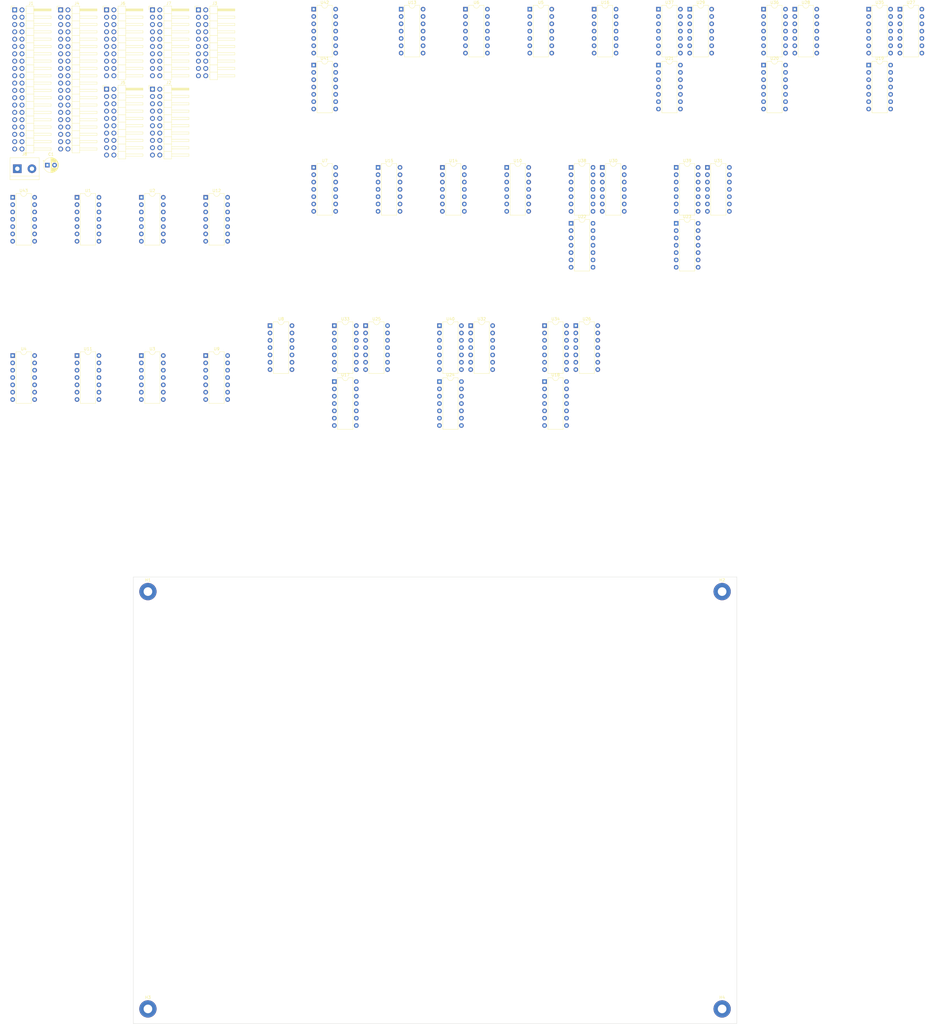
<source format=kicad_pcb>
(kicad_pcb (version 20211014) (generator pcbnew)
  (layers (0 "F.Cu" signal) (31 "B.Cu" signal) (34 "B.Paste" user) (35 "F.Paste" user) (36 "B.SilkS" user "B.Silkscreen") (37 "F.SilkS" user "F.Silkscreen") (38 "B.Mask" user) (39 "F.Mask" user) (44 "Edge.Cuts" user))
  (net 0 "")
  (net 1 "VCC")
  (net 2 "GND")
  (net 3 "RAW_DATA15")
  (net 4 "Decoded_Reg_Addr15")
  (net 5 "RAW_DATA14")
  (net 6 "Decoded_Reg_Addr14")
  (net 7 "RAW_DATA13")
  (net 8 "Decoded_Reg_Addr13")
  (net 9 "RAW_DATA12")
  (net 10 "Decoded_Reg_Addr12")
  (net 11 "RAW_DATA11")
  (net 12 "Decoded_Reg_Addr11")
  (net 13 "RAW_DATA10")
  (net 14 "Decoded_Reg_Addr10")
  (net 15 "RAW_DATA9")
  (net 16 "Decoded_Reg_Addr9")
  (net 17 "RAW_DATA8")
  (net 18 "Decoded_Reg_Addr8")
  (net 19 "RAW_DATA7")
  (net 20 "Decoded_Reg_Addr7")
  (net 21 "RAW_DATA6")
  (net 22 "Decoded_Reg_Addr6")
  (net 23 "RAW_DATA5")
  (net 24 "Decoded_Reg_Addr5")
  (net 25 "RAW_DATA4")
  (net 26 "Decoded_Reg_Addr4")
  (net 27 "RAW_DATA3")
  (net 28 "Decoded_Reg_Addr3")
  (net 29 "RAW_DATA2")
  (net 30 "Decoded_Reg_Addr2")
  (net 31 "RAW_DATA1")
  (net 32 "Decoded_Reg_Addr1")
  (net 33 "RAW_DATA0")
  (net 34 "Decoded_Reg_Addr0")
  (net 35 "Correction")
  (net 40 "DATA7")
  (net 41 "DATA6")
  (net 42 "DATA5")
  (net 43 "DATA4")
  (net 44 "DATA3")
  (net 45 "DATA2")
  (net 46 "DATA1")
  (net 47 "DATA0")
  (net 50 "DATA15")
  (net 51 "DATA14")
  (net 52 "DATA13")
  (net 53 "DATA12")
  (net 54 "DATA11")
  (net 55 "DATA10")
  (net 56 "DATA9")
  (net 57 "DATA8")
  (net 66 "~SP")
  (net 67 "Reg_Addr0")
  (net 68 "~IP")
  (net 69 "Reg_Addr1")
  (net 70 "~Address")
  (net 71 "Reg_Addr2")
  (net 72 "~MEM")
  (net 73 "Reg_Addr3")
  (net 74 "~Flag")
  (net 76 "~IV")
  (net 78 "~IR3")
  (net 80 "~IR2")
  (net 81 "~IR1")
  (net 82 "~INTERNAL")
  (net 83 "/BUS_OUTPUT_Correction/Correction0/Correction")
  (net 84 "Net-(U1-Pad12)")
  (net 85 "Net-(U1-Pad6)")
  (net 86 "Net-(U1-Pad10)")
  (net 87 "Net-(U2-Pad12)")
  (net 88 "Net-(U2-Pad6)")
  (net 89 "Net-(U2-Pad10)")
  (net 90 "Net-(U3-Pad12)")
  (net 91 "Net-(U3-Pad6)")
  (net 92 "Net-(U3-Pad10)")
  (net 93 "Net-(U4-Pad12)")
  (net 94 "Net-(U4-Pad6)")
  (net 95 "Net-(U4-Pad10)")
  (net 96 "Net-(U5-Pad12)")
  (net 97 "Net-(U5-Pad6)")
  (net 98 "Net-(U5-Pad10)")
  (net 99 "Net-(U6-Pad12)")
  (net 100 "Net-(U6-Pad6)")
  (net 101 "Net-(U6-Pad10)")
  (net 102 "Net-(U7-Pad12)")
  (net 103 "Net-(U7-Pad6)")
  (net 104 "Net-(U7-Pad10)")
  (net 105 "Net-(U8-Pad12)")
  (net 106 "Net-(U8-Pad6)")
  (net 107 "Net-(U8-Pad10)")
  (net 108 "Net-(U9-Pad12)")
  (net 109 "Net-(U9-Pad6)")
  (net 110 "Net-(U9-Pad10)")
  (net 111 "Net-(U10-Pad12)")
  (net 112 "Net-(U10-Pad6)")
  (net 113 "Net-(U10-Pad10)")
  (net 114 "Net-(U11-Pad12)")
  (net 115 "Net-(U11-Pad6)")
  (net 116 "Net-(U11-Pad10)")
  (net 117 "Net-(U12-Pad12)")
  (net 118 "Net-(U12-Pad6)")
  (net 119 "Net-(U12-Pad10)")
  (net 120 "Net-(U13-Pad12)")
  (net 121 "Net-(U13-Pad6)")
  (net 122 "Net-(U13-Pad10)")
  (net 123 "Net-(U14-Pad12)")
  (net 124 "Net-(U14-Pad6)")
  (net 125 "Net-(U14-Pad10)")
  (net 126 "Net-(U15-Pad12)")
  (net 127 "Net-(U15-Pad6)")
  (net 128 "Net-(U15-Pad10)")
  (net 129 "Net-(U16-Pad12)")
  (net 130 "Net-(U16-Pad6)")
  (net 131 "Net-(U16-Pad10)")
  (net 132 "/address_decoder/decoder1/D")
  (net 133 "Net-(U17-Pad2)")
  (net 134 "Net-(U17-Pad12)")
  (net 135 "/address_decoder/decoder0/D")
  (net 136 "Net-(U17-Pad5)")
  (net 137 "Net-(U17-Pad6)")
  (net 138 "Net-(U18-Pad2)")
  (net 139 "Net-(U18-Pad12)")
  (net 140 "Net-(U18-Pad5)")
  (net 141 "Net-(U18-Pad6)")
  (net 142 "Net-(U19-Pad2)")
  (net 143 "Net-(U19-Pad12)")
  (net 144 "Net-(U19-Pad5)")
  (net 145 "Net-(U19-Pad6)")
  (net 146 "Net-(U20-Pad2)")
  (net 147 "Net-(U20-Pad12)")
  (net 148 "Net-(U20-Pad5)")
  (net 149 "Net-(U20-Pad6)")
  (net 150 "Net-(U21-Pad2)")
  (net 151 "Net-(U21-Pad12)")
  (net 152 "Net-(U21-Pad5)")
  (net 153 "Net-(U21-Pad6)")
  (net 154 "Net-(U22-Pad2)")
  (net 155 "Net-(U22-Pad12)")
  (net 156 "Net-(U22-Pad5)")
  (net 157 "Net-(U22-Pad6)")
  (net 158 "Net-(U23-Pad2)")
  (net 159 "Net-(U23-Pad12)")
  (net 160 "Net-(U23-Pad5)")
  (net 161 "Net-(U23-Pad6)")
  (net 162 "Net-(U24-Pad2)")
  (net 163 "Net-(U24-Pad12)")
  (net 164 "Net-(U24-Pad5)")
  (net 165 "Net-(U24-Pad6)")
  (net 166 "/address_decoder/decoder10/C")
  (net 167 "Net-(U25-Pad2)")
  (net 168 "Net-(U25-Pad12)")
  (net 169 "Net-(U25-Pad5)")
  (net 170 "Net-(U25-Pad10)")
  (net 171 "/address_decoder/decoder0/C")
  (net 172 "Net-(U26-Pad2)")
  (net 173 "Net-(U26-Pad12)")
  (net 174 "Net-(U26-Pad5)")
  (net 175 "Net-(U26-Pad10)")
  (net 176 "Net-(U27-Pad2)")
  (net 177 "Net-(U27-Pad12)")
  (net 178 "Net-(U27-Pad5)")
  (net 179 "Net-(U27-Pad10)")
  (net 180 "Net-(U28-Pad2)")
  (net 181 "Net-(U28-Pad12)")
  (net 182 "Net-(U28-Pad5)")
  (net 183 "Net-(U28-Pad10)")
  (net 184 "Net-(U29-Pad2)")
  (net 185 "Net-(U29-Pad12)")
  (net 186 "Net-(U29-Pad5)")
  (net 187 "Net-(U29-Pad10)")
  (net 188 "Net-(U30-Pad2)")
  (net 189 "Net-(U30-Pad12)")
  (net 190 "Net-(U30-Pad5)")
  (net 191 "Net-(U30-Pad10)")
  (net 192 "Net-(U31-Pad2)")
  (net 193 "Net-(U31-Pad12)")
  (net 194 "Net-(U31-Pad5)")
  (net 195 "Net-(U31-Pad10)")
  (net 196 "Net-(U32-Pad2)")
  (net 197 "Net-(U32-Pad12)")
  (net 198 "Net-(U32-Pad5)")
  (net 199 "Net-(U32-Pad10)")
  (net 200 "/address_decoder/decoder10/A")
  (net 201 "/address_decoder/decoder12/B")
  (net 202 "Net-(U33-Pad12)")
  (net 203 "Net-(U33-Pad10)")
  (net 204 "Net-(U34-Pad12)")
  (net 205 "Net-(U34-Pad10)")
  (net 206 "/address_decoder/decoder0/B")
  (net 207 "Net-(U35-Pad12)")
  (net 208 "Net-(U35-Pad10)")
  (net 209 "Net-(U36-Pad12)")
  (net 210 "Net-(U36-Pad10)")
  (net 211 "/address_decoder/decoder0/A")
  (net 212 "Net-(U37-Pad12)")
  (net 213 "Net-(U37-Pad10)")
  (net 214 "Net-(U38-Pad12)")
  (net 215 "Net-(U38-Pad10)")
  (net 216 "Net-(U39-Pad12)")
  (net 217 "Net-(U39-Pad10)")
  (net 218 "Net-(U40-Pad12)")
  (net 219 "Net-(U40-Pad10)")
  (footprint "MountingHole:MountingHole_3mm_Pad" (layer "F.Cu") (at 43.815 36.83)
    (fp_text reference "H1")
    (fp_text value "MountingHole_Pad")
  )
  (footprint "Package_DIP:DIP-14_W7.62mm" (layer "F.Cu") (at 101.390225 -110.325)
    (fp_text reference "U7")
    (fp_text value "CD74HC00")
  )
  (footprint "Package_DIP:DIP-14_W7.62mm" (layer "F.Cu") (at 227.250225 -90.925)
    (fp_text reference "U23")
    (fp_text value "CD74HC00")
  )
  (footprint "Package_DIP:DIP-14_W7.62mm" (layer "F.Cu") (at 123.730225 -110.325)
    (fp_text reference "U15")
    (fp_text value "CD74HC00")
  )
  (footprint "Connector_PinHeader_2.54mm:PinHeader_2x10_P2.54mm_Horizontal" (layer "F.Cu") (at 45.400225 -164.975)
    (fp_text reference "J7")
    (fp_text value "Conn_02x10_Counter_Clockwise")
  )
  (footprint "Package_DIP:DIP-14_W7.62mm" (layer "F.Cu") (at 101.390225 -165.225)
    (fp_text reference "U42")
    (fp_text value "CD74HC00")
  )
  (footprint "Package_DIP:DIP-14_W7.62mm" (layer "F.Cu") (at 221.100225 -165.225)
    (fp_text reference "U37")
    (fp_text value "CD74HC00")
  )
  (footprint "Package_DIP:DIP-14_W7.62mm" (layer "F.Cu") (at 304.950225 -165.225)
    (fp_text reference "U27")
    (fp_text value "CD74HC00")
  )
  (footprint "Package_DIP:DIP-14_W7.62mm" (layer "F.Cu") (at -3.149775 -45.045)
    (fp_text reference "U4")
    (fp_text value "CD74HC00")
  )
  (footprint "Package_DIP:DIP-14_W7.62mm" (layer "F.Cu") (at 155.900225 -55.425)
    (fp_text reference "U32")
    (fp_text value "CD74HC00")
  )
  (footprint "Package_DIP:DIP-14_W7.62mm" (layer "F.Cu") (at 231.950225 -165.225)
    (fp_text reference "U29")
    (fp_text value "CD74HC00")
  )
  (footprint "MountingHole:MountingHole_3mm_Pad" (layer "F.Cu") (at 243.205 36.83)
    (fp_text reference "H2")
    (fp_text value "MountingHole_Pad")
  )
  (footprint "Package_DIP:DIP-14_W7.62mm" (layer "F.Cu") (at 63.870225 -45.045)
    (fp_text reference "U9")
    (fp_text value "CD74HC00")
  )
  (footprint "Package_DIP:DIP-14_W7.62mm" (layer "F.Cu") (at 168.410225 -110.325)
    (fp_text reference "U10")
    (fp_text value "CD74HC00")
  )
  (footprint "Package_DIP:DIP-14_W7.62mm" (layer "F.Cu") (at 181.550225 -55.425)
    (fp_text reference "U34")
    (fp_text value "CD74HC00")
  )
  (footprint "Package_DIP:DIP-14_W7.62mm" (layer "F.Cu") (at 145.050225 -36.025)
    (fp_text reference "U24")
    (fp_text value "CD74HC00")
  )
  (footprint "Capacitor_THT:CP_Radial_D5.0mm_P2.50mm" (layer "F.Cu") (at 8.89 -111.125)
    (fp_text reference "C1")
    (fp_text value "C_Polarized")
  )
  (footprint "Package_DIP:DIP-14_W7.62mm" (layer "F.Cu") (at 190.750225 -110.325)
    (fp_text reference "U38")
    (fp_text value "CD74HC00")
  )
  (footprint "Package_DIP:DIP-14_W7.62mm" (layer "F.Cu") (at 119.400225 -55.425)
    (fp_text reference "U25")
    (fp_text value "CD74HC00")
  )
  (footprint "Package_DIP:DIP-14_W7.62mm" (layer "F.Cu") (at 227.250225 -110.325)
    (fp_text reference "U39")
    (fp_text value "CD74HC00")
  )
  (footprint "Connector_PinHeader_2.54mm:PinHeader_2x20_P2.54mm_Horizontal" (layer "F.Cu") (at -2.449775 -164.975)
    (fp_text reference "J1")
    (fp_text value "Conn_02x20_Odd_Even")
  )
  (footprint "Connector_PinHeader_2.54mm:PinHeader_2x20_P2.54mm_Horizontal" (layer "F.Cu") (at 13.500225 -164.975)
    (fp_text reference "J4")
    (fp_text value "Conn_02x20_Odd_Even")
  )
  (footprint "Package_DIP:DIP-14_W7.62mm" (layer "F.Cu") (at 108.550225 -36.025)
    (fp_text reference "U17")
    (fp_text value "CD74HC00")
  )
  (footprint "Connector_PinHeader_2.54mm:PinHeader_2x10_P2.54mm_Horizontal" (layer "F.Cu") (at 29.450225 -137.475)
    (fp_text reference "J5")
    (fp_text value "Conn_02x10_Counter_Clockwise")
  )
  (footprint "Package_DIP:DIP-14_W7.62mm" (layer "F.Cu") (at 192.400225 -55.425)
    (fp_text reference "U26")
    (fp_text value "CD74HC00")
  )
  (footprint "Package_DIP:DIP-14_W7.62mm" (layer "F.Cu") (at 145.050225 -55.425)
    (fp_text reference "U40")
    (fp_text value "CD74HC00")
  )
  (footprint "Package_DIP:DIP-14_W7.62mm" (layer "F.Cu") (at 101.390225 -145.825)
    (fp_text reference "U41")
    (fp_text value "CD74HC00")
  )
  (footprint "Package_DIP:DIP-14_W7.62mm" (layer "F.Cu") (at 198.760225 -165.225)
    (fp_text reference "U16")
    (fp_text value "CD74HC00")
  )
  (footprint "Package_DIP:DIP-14_W7.62mm" (layer "F.Cu") (at 108.550225 -55.425)
    (fp_text reference "U33")
    (fp_text value "CD74HC00")
  )
  (footprint "Package_DIP:DIP-14_W7.62mm" (layer "F.Cu") (at 201.600225 -110.325)
    (fp_text reference "U30")
    (fp_text value "CD74HC00")
  )
  (footprint "TerminalBlock:TerminalBlock_bornier-2_P5.08mm" (layer "F.Cu") (at -1.539775 -109.875)
    (fp_text reference "J8")
    (fp_text value "Screw_Terminal_01x02")
  )
  (footprint "Package_DIP:DIP-14_W7.62mm" (layer "F.Cu") (at 63.870225 -99.945)
    (fp_text reference "U12")
    (fp_text value "CD74HC00")
  )
  (footprint "Package_DIP:DIP-14_W7.62mm" (layer "F.Cu") (at 294.100225 -165.225)
    (fp_text reference "U35")
    (fp_text value "CD74HC00")
  )
  (footprint "Package_DIP:DIP-14_W7.62mm" (layer "F.Cu") (at 181.550225 -36.025)
    (fp_text reference "U18")
    (fp_text value "CD74HC00")
  )
  (footprint "Package_DIP:DIP-14_W7.62mm" (layer "F.Cu") (at 19.190225 -99.945)
    (fp_text reference "U1")
    (fp_text value "CD74HC00")
  )
  (footprint "Package_DIP:DIP-14_W7.62mm" (layer "F.Cu") (at 294.100225 -145.825)
    (fp_text reference "U19")
    (fp_text value "CD74HC00")
  )
  (footprint "Package_DIP:DIP-14_W7.62mm" (layer "F.Cu") (at 221.100225 -145.825)
    (fp_text reference "U21")
    (fp_text value "CD74HC00")
  )
  (footprint "Package_DIP:DIP-14_W7.62mm" (layer "F.Cu") (at 176.420225 -165.225)
    (fp_text reference "U5")
    (fp_text value "CD74HC00")
  )
  (footprint "Package_DIP:DIP-14_W7.62mm" (layer "F.Cu") (at 257.600225 -145.825)
    (fp_text reference "U20")
    (fp_text value "CD74HC00")
  )
  (footprint "Connector_PinHeader_2.54mm:PinHeader_2x10_P2.54mm_Horizontal" (layer "F.Cu") (at 45.400225 -137.475)
    (fp_text reference "J2")
    (fp_text value "Conn_02x10_Counter_Clockwise")
  )
  (footprint "MountingHole:MountingHole_3mm_Pad" (layer "F.Cu") (at 243.205 181.61)
    (fp_text reference "H4")
    (fp_text value "MountingHole_Pad")
  )
  (footprint "Package_DIP:DIP-14_W7.62mm" (layer "F.Cu") (at 41.530225 -45.045)
    (fp_text reference "U3")
    (fp_text value "CD74HC00")
  )
  (footprint "Package_DIP:DIP-14_W7.62mm" (layer "F.Cu") (at 268.450225 -165.225)
    (fp_text reference "U28")
    (fp_text value "CD74HC00")
  )
  (footprint "Package_DIP:DIP-14_W7.62mm" (layer "F.Cu") (at 238.100225 -110.325)
    (fp_text reference "U31")
    (fp_text value "CD74HC00")
  )
  (footprint "Package_DIP:DIP-14_W7.62mm" (layer "F.Cu") (at 190.750225 -90.925)
    (fp_text reference "U22")
    (fp_text value "CD74HC00")
  )
  (footprint "Package_DIP:DIP-14_W7.62mm" (layer "F.Cu") (at 131.740225 -165.225)
    (fp_text reference "U13")
    (fp_text value "CD74HC00")
  )
  (footprint "Connector_PinHeader_2.54mm:PinHeader_2x10_P2.54mm_Horizontal" (layer "F.Cu") (at 61.350225 -164.975)
    (fp_text reference "J3")
    (fp_text value "Conn_02x10_Counter_Clockwise")
  )
  (footprint "Package_DIP:DIP-14_W7.62mm" (layer "F.Cu") (at 154.080225 -165.225)
    (fp_text reference "U6")
    (fp_text value "CD74HC00")
  )
  (footprint "Package_DIP:DIP-14_W7.62mm" (layer "F.Cu") (at -3.149775 -99.945)
    (fp_text reference "U43")
    (fp_text value "CD74HC00")
  )
  (footprint "Package_DIP:DIP-14_W7.62mm" (layer "F.Cu") (at 257.600225 -165.225)
    (fp_text reference "U36")
    (fp_text value "CD74HC00")
  )
  (footprint "Package_DIP:DIP-14_W7.62mm" (layer "F.Cu") (at 146.070225 -110.325)
    (fp_text reference "U14")
    (fp_text value "CD74HC00")
  )
  (footprint "MountingHole:MountingHole_3mm_Pad" (layer "F.Cu") (at 43.815 181.61)
    (fp_text reference "H3")
    (fp_text value "MountingHole_Pad")
  )
  (footprint "Package_DIP:DIP-14_W7.62mm" (layer "F.Cu") (at 86.210225 -55.425)
    (fp_text reference "U8")
    (fp_text value "CD74HC00")
  )
  (footprint "Package_DIP:DIP-14_W7.62mm" (layer "F.Cu") (at 19.190225 -45.045)
    (fp_text reference "U11")
    (fp_text value "CD74HC00")
  )
  (footprint "Connector_PinHeader_2.54mm:PinHeader_2x10_P2.54mm_Horizontal" (layer "F.Cu") (at 29.450225 -164.975)
    (fp_text reference "J6")
    (fp_text value "Conn_02x10_Counter_Clockwise")
  )
  (footprint "Package_DIP:DIP-14_W7.62mm" (layer "F.Cu") (at 41.530225 -99.945)
    (fp_text reference "U2")
    (fp_text value "CD74HC00")
  )
  (gr_line (start 248.285 31.75) (end 38.735 31.75) (layer "Edge.Cuts") (width 0.1))
  (gr_line (start 248.285 186.69) (end 38.735 186.69) (layer "Edge.Cuts") (width 0.1))
  (gr_line (start 248.285 31.75) (end 248.285 186.69) (layer "Edge.Cuts") (width 0.1))
  (gr_line (start 38.735 31.75) (end 38.735 186.69) (layer "Edge.Cuts") (width 0.1))
)
</source>
